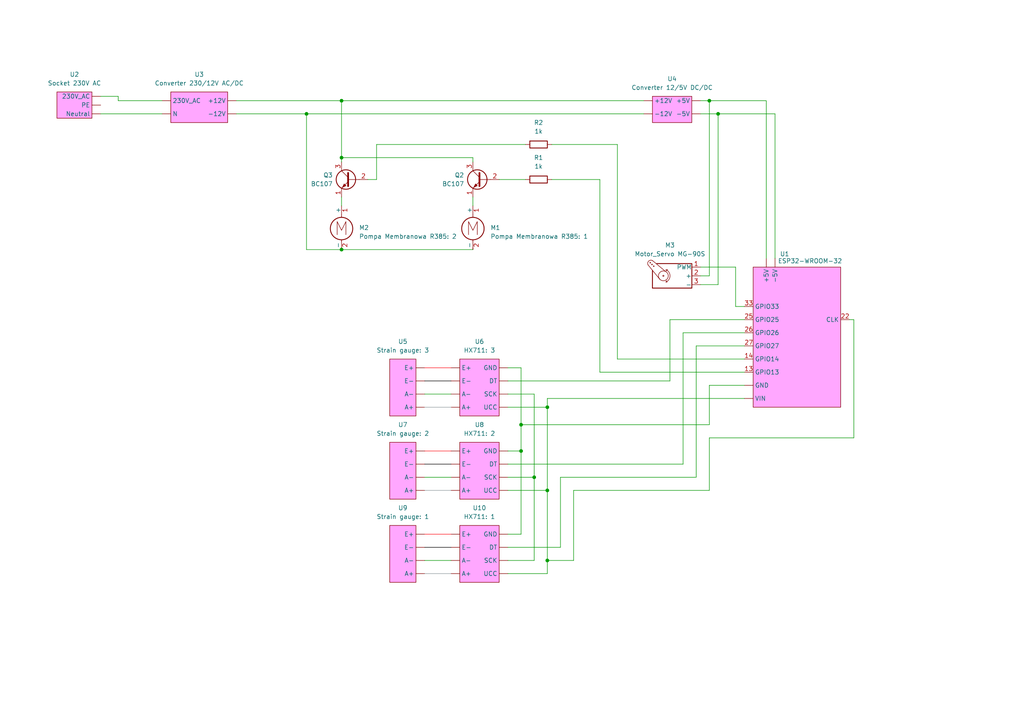
<source format=kicad_sch>
(kicad_sch (version 20250114) (generator "eeschema") (generator_version "9.0")
  (paper "A4")
  (title_block (title "Smart Drink Dispenser") (date "2025-03-21") (company "Politechnika Lubelska") (comment 1 "Inż Patrycja Demianiuk") (comment 2 "Inż Daniel Cichocki") (comment 3 "Inż Brajan Gąbka") (comment 4 "Internet Rzeczy") (comment 5 "Pani mgr inż. Aleksandra Wilczyńska"))
  (lib_symbols
    (symbol "Device:R" (pin_numbers (hide yes)) (pin_names (offset 0))
      (property "Reference" "R" (at 2.032 0 90))
      (property "Value" "R" (at 0 0 90))
      (symbol "R_0_1"
        (rectangle (start -1.016 -2.54) (end 1.016 2.54) (stroke (width 0.254)))
      )
      (symbol "R_1_1"
        (pin passive line (at 0 3.81 270) (length 1.27) (name "~") (number "1"))
        (pin passive line (at 0 -3.81 90) (length 1.27) (name "~") (number "2"))
      )
    )
    (symbol "HX711_1"
      (property "Reference" "U" (at 2.54 -1.778 0))
      (property "Value" "HX711" (at -3.302 -1.778 0))
      (symbol "HX711_1_1_1"
        (rectangle (start -6.35 -3.81) (end 5.08 -20.32) (fill (type color) (color 255 80 255 0.5)))
        (pin output line (at -8.89 -6.35 0) (length 2.54) (name "E+") (number ""))
        (pin output line (at -8.89 -10.16 0) (length 2.54) (name "E-") (number ""))
        (pin output line (at -8.89 -13.97 0) (length 2.54) (name "A-") (number ""))
        (pin output line (at -8.89 -17.78 0) (length 2.54) (name "A+") (number ""))
        (pin output line (at 7.62 -6.35 180) (length 2.54) (name "GND") (number ""))
        (pin output line (at 7.62 -10.16 180) (length 2.54) (name "DT") (number ""))
        (pin output line (at 7.62 -13.97 180) (length 2.54) (name "SCK") (number ""))
        (pin output line (at 7.62 -17.78 180) (length 2.54) (name "UCC") (number ""))
      )
    )
    (symbol "HX711_2"
      (property "Reference" "U" (at 2.54 -1.778 0))
      (property "Value" "HX711" (at -3.302 -1.778 0))
      (symbol "HX711_2_1_1"
        (rectangle (start -6.35 -3.81) (end 5.08 -20.32) (fill (type color) (color 255 80 255 0.5)))
        (pin output line (at -8.89 -6.35 0) (length 2.54) (name "E+") (number ""))
        (pin output line (at -8.89 -10.16 0) (length 2.54) (name "E-") (number ""))
        (pin output line (at -8.89 -13.97 0) (length 2.54) (name "A-") (number ""))
        (pin output line (at -8.89 -17.78 0) (length 2.54) (name "A+") (number ""))
        (pin output line (at 7.62 -6.35 180) (length 2.54) (name "GND") (number ""))
        (pin output line (at 7.62 -10.16 180) (length 2.54) (name "DT") (number ""))
        (pin output line (at 7.62 -13.97 180) (length 2.54) (name "SCK") (number ""))
        (pin output line (at 7.62 -17.78 180) (length 2.54) (name "UCC") (number ""))
      )
    )
    (symbol "Motor:Motor_DC" (pin_names (offset 0))
      (property "Reference" "M" (at 2.54 2.54 0))
      (property "Value" "Motor_DC" (at 2.54 -5.08 0))
      (symbol "Motor_DC_0_0"
        (polyline (pts (xy -1.27 -3.302) (xy -1.27 0.508) (xy 0 -2.032) (xy 1.27 0.508) (xy 1.27 -3.302)))
      )
      (symbol "Motor_DC_0_1"
        (polyline (pts (xy 0 2.032) (xy 0 2.54)))
        (polyline (pts (xy 0 1.7272) (xy 0 2.0828)))
        (circle (center 0 -1.524) (radius 3.2512) (stroke (width 0.254)))
        (polyline (pts (xy 0 -4.7752) (xy 0 -5.1816)))
        (polyline (pts (xy 0 -7.62) (xy 0 -7.112)))
      )
      (symbol "Motor_DC_1_1"
        (pin passive line (at 0 5.08 270) (length 2.54) (name "+") (number "1"))
        (pin passive line (at 0 -7.62 90) (length 2.54) (name "-") (number "2"))
      )
    )
    (symbol "Motor:Motor_Servo" (pin_names (offset 0.0254))
      (property "Reference" "M" (at -5.08 4.445 0))
      (property "Value" "Motor_Servo" (at -5.08 -4.064 0))
      (symbol "Motor_Servo_0_1"
        (polyline (pts (xy 2.413 1.778) (xy 1.905 1.778)))
        (polyline (pts (xy 2.413 1.778) (xy 2.286 1.397)))
        (polyline (pts (xy 2.413 -1.778) (xy 2.032 -1.778)))
        (polyline (pts (xy 2.413 -1.778) (xy 2.286 -1.397)))
        (arc (start 2.413 -1.778) (mid 1.2406 0) (end 2.413 1.778))
        (circle (center 3.175 0) (radius 0.1778))
        (circle (center 3.175 0) (radius 1.4224))
        (polyline (pts (xy 5.08 3.556) (xy -5.08 3.556) (xy -5.08 -3.556) (xy 6.35 -3.556) (xy 6.35 1.524)) (stroke (width 0.254)))
        (circle (center 5.969 2.794) (radius 0.127))
        (polyline (pts (xy 6.35 4.445) (xy 2.54 1.27)))
        (circle (center 6.477 3.302) (radius 0.127))
        (arc (start 6.35 4.445) (mid 7.4487 4.2737) (end 7.62 3.175))
        (circle (center 6.985 3.81) (radius 0.127))
        (polyline (pts (xy 7.62 3.175) (xy 4.191 -1.016)))
      )
      (symbol "Motor_Servo_1_1"
        (pin passive line (at -7.62 2.54 0) (length 2.54) (name "PWM") (number "1"))
        (pin passive line (at -7.62 0 0) (length 2.54) (name "+") (number "2"))
        (pin passive line (at -7.62 -2.54 0) (length 2.54) (name "-") (number "3"))
      )
    )
    (symbol "Nowa_biblioteka_sym:Converter_12/5V_DC/DC"
      (property "Reference" "U" (at -1.016 3.048 0))
      (property "Value" "Converter 12/5V DC/DC" (at 2.794 1.016 0))
      (symbol "Converter_12/5V_DC/DC_1_1"
        (rectangle (start -1.27 -1.27) (end 10.16 -8.89) (fill (type color) (color 255 80 255 0.5)))
        (pin power_in line (at -3.81 -2.54 0) (length 2.54) (name "+12V") (number ""))
        (pin power_in line (at -3.81 -6.35 0) (length 2.54) (name "-12V") (number ""))
        (pin power_out line (at 12.7 -2.54 180) (length 2.54) (name "+5V") (number ""))
        (pin power_out line (at 12.7 -6.35 180) (length 2.54) (name "-5V") (number ""))
      )
    )
    (symbol "Nowa_biblioteka_sym:Converter_230/12V_AC/DC"
      (property "Reference" "U" (at -4.572 0 0))
      (property "Value" "Converter 230/12V AC/DC" (at 3.302 -2.286 0))
      (symbol "Converter_230/12V_AC/DC_1_1"
        (rectangle (start -5.08 -3.81) (end 11.43 -12.7) (fill (type color) (color 255 80 255 0.5)))
        (pin power_in line (at -7.62 -6.35 0) (length 2.54) (name "230V_AC") (number ""))
        (pin power_in line (at -7.62 -10.16 0) (length 2.54) (name "N") (number ""))
        (pin power_out line (at 13.97 -6.35 180) (length 2.54) (name "+12V") (number ""))
        (pin power_out line (at 13.97 -10.16 180) (length 2.54) (name "-12V") (number ""))
      )
    )
    (symbol "Nowa_biblioteka_sym:ESP32-WROOM-32"
      (property "Reference" "U" (at 4.572 2.286 0))
      (property "Value" "ESP32-WROOM-32" (at 13.208 0.254 0))
      (symbol "ESP32-WROOM-32_0_1"
        (rectangle (start -3.81 -1.27) (end 21.59 -41.91) (fill (type color) (color 255 80 255 0.5)))
      )
      (symbol "ESP32-WROOM-32_1_1"
        (pin bidirectional line (at -6.35 -12.7 0) (length 2.54) (name "GPIO33") (number "33"))
        (pin bidirectional line (at -6.35 -16.51 0) (length 2.54) (name "GPIO25") (number "25"))
        (pin bidirectional line (at -6.35 -20.32 0) (length 2.54) (name "GPIO26") (number "26"))
        (pin bidirectional line (at -6.35 -24.13 0) (length 2.54) (name "GPIO27") (number "27"))
        (pin bidirectional line (at -6.35 -27.94 0) (length 2.54) (name "GPIO14") (number "14"))
        (pin bidirectional line (at -6.35 -31.75 0) (length 2.54) (name "GPIO13") (number "13"))
        (pin bidirectional line (at -6.35 -35.56 0) (length 2.54) (name "GND") (number ""))
        (pin power_out line (at -6.35 -39.37 0) (length 2.54) (name "VIN") (number ""))
        (pin power_in line (at 0 1.27 270) (length 2.54) (name "+5V") (number ""))
        (pin power_in line (at 2.54 1.27 270) (length 2.54) (name "-5V") (number ""))
        (pin bidirectional line (at 24.13 -16.51 180) (length 2.54) (name "CLK") (number "22"))
      )
    )
    (symbol "Nowa_biblioteka_sym:HX711"
      (property "Reference" "U" (at 2.54 -1.778 0))
      (property "Value" "HX711" (at -3.302 -1.778 0))
      (symbol "HX711_1_1"
        (rectangle (start -6.35 -3.81) (end 5.08 -20.32) (fill (type color) (color 255 80 255 0.5)))
        (pin output line (at -8.89 -6.35 0) (length 2.54) (name "E+") (number ""))
        (pin output line (at -8.89 -10.16 0) (length 2.54) (name "E-") (number ""))
        (pin output line (at -8.89 -13.97 0) (length 2.54) (name "A-") (number ""))
        (pin output line (at -8.89 -17.78 0) (length 2.54) (name "A+") (number ""))
        (pin output line (at 7.62 -6.35 180) (length 2.54) (name "GND") (number ""))
        (pin output line (at 7.62 -10.16 180) (length 2.54) (name "DT") (number ""))
        (pin output line (at 7.62 -13.97 180) (length 2.54) (name "SCK") (number ""))
        (pin output line (at 7.62 -17.78 180) (length 2.54) (name "UCC") (number ""))
      )
    )
    (symbol "Nowa_biblioteka_sym:Socket_230V_AC"
      (property "Reference" "U" (at 0.254 2.286 0))
      (property "Value" "Socket 230V AC" (at 2.286 0.254 0))
      (symbol "Socket_230V_AC_1_1"
        (rectangle (start -5.08 -1.27) (end 5.08 -8.89) (fill (type color) (color 255 80 255 0.5)))
        (pin power_out line (at 7.62 -2.54 180) (length 2.54) (name "230V_AC") (number ""))
        (pin power_out line (at 7.62 -5.08 180) (length 2.54) (name "PE") (number ""))
        (pin power_out line (at 7.62 -7.62 180) (length 2.54) (name "Neutral") (number ""))
      )
    )
    (symbol "Nowa_biblioteka_sym:Strain_gauge"
      (property "Reference" "U" (at 0 0 0))
      (property "Value" "Strain gauge" (at 0.254 -1.524 0))
      (symbol "Strain_gauge_1_1"
        (rectangle (start -3.81 -3.81) (end 3.81 -20.32) (fill (type color) (color 255 80 255 0.5)))
        (pin output line (at 6.35 -6.35 180) (length 2.54) (name "E+") (number ""))
        (pin output line (at 6.35 -10.16 180) (length 2.54) (name "E-") (number ""))
        (pin output line (at 6.35 -13.97 180) (length 2.54) (name "A-") (number ""))
        (pin output line (at 6.35 -17.78 180) (length 2.54) (name "A+") (number ""))
      )
    )
    (symbol "Strain_gauge_1"
      (property "Reference" "U" (at 0 0 0))
      (property "Value" "Strain gauge" (at 0.254 -1.524 0))
      (symbol "Strain_gauge_1_1_1"
        (rectangle (start -3.81 -3.81) (end 3.81 -20.32) (fill (type color) (color 255 80 255 0.5)))
        (pin output line (at 6.35 -6.35 180) (length 2.54) (name "E+") (number ""))
        (pin output line (at 6.35 -10.16 180) (length 2.54) (name "E-") (number ""))
        (pin output line (at 6.35 -13.97 180) (length 2.54) (name "A-") (number ""))
        (pin output line (at 6.35 -17.78 180) (length 2.54) (name "A+") (number ""))
      )
    )
    (symbol "Strain_gauge_2"
      (property "Reference" "U" (at 0 0 0))
      (property "Value" "Strain gauge" (at 0.254 -1.524 0))
      (symbol "Strain_gauge_2_1_1"
        (rectangle (start -3.81 -3.81) (end 3.81 -20.32) (fill (type color) (color 255 80 255 0.5)))
        (pin output line (at 6.35 -6.35 180) (length 2.54) (name "E+") (number ""))
        (pin output line (at 6.35 -10.16 180) (length 2.54) (name "E-") (number ""))
        (pin output line (at 6.35 -13.97 180) (length 2.54) (name "A-") (number ""))
        (pin output line (at 6.35 -17.78 180) (length 2.54) (name "A+") (number ""))
      )
    )
    (symbol "Transistor_BJT:BC107" (pin_names (offset 0) (hide yes))
      (property "Reference" "Q" (at 5.08 1.905 0))
      (property "Value" "BC107" (at 5.08 0 0))
      (symbol "BC107_0_1"
        (polyline (pts (xy -2.54 0) (xy 0.635 0)))
        (polyline (pts (xy 0.635 1.905) (xy 0.635 -1.905)) (stroke (width 0.508)))
        (circle (center 1.27 0) (radius 2.8194) (stroke (width 0.254)))
      )
      (symbol "BC107_1_1"
        (polyline (pts (xy 0.635 0.635) (xy 2.54 2.54)))
        (polyline (pts (xy 0.635 -0.635) (xy 2.54 -2.54)))
        (polyline (pts (xy 1.27 -1.778) (xy 1.778 -1.27) (xy 2.286 -2.286) (xy 1.27 -1.778)) (fill (type outline)))
        (pin input line (at -5.08 0 0) (length 2.54) (name "B") (number "2"))
        (pin passive line (at 2.54 5.08 270) (length 2.54) (name "C") (number "3"))
        (pin passive line (at 2.54 -5.08 90) (length 2.54) (name "E") (number "1"))
      )
    )
  )
  (junction (at 154.94 138.43))
  (junction (at 88.9 33.02))
  (junction (at 205.74 29.21))
  (junction (at 151.13 130.81))
  (junction (at 151.13 123.19))
  (junction (at 158.75 118.11))
  (junction (at 99.06 45.72))
  (junction (at 99.06 72.39))
  (junction (at 158.75 142.24))
  (junction (at 208.28 33.02))
  (junction (at 158.75 162.56))
  (junction (at 99.06 29.21))
  (wire (pts (xy 123.19 158.75) (xy 130.81 158.75)) (stroke (width 0) (color 2 0 0 1)))
  (wire (pts (xy 215.9 115.57) (xy 158.75 115.57)))
  (wire (pts (xy 198.12 96.52) (xy 215.9 96.52)))
  (wire (pts (xy 215.9 88.9) (xy 213.36 88.9)))
  (wire (pts (xy 123.19 118.11) (xy 130.81 118.11)) (stroke (width 0) (color 143 153 157 1)))
  (wire (pts (xy 137.16 57.15) (xy 137.16 59.69)))
  (wire (pts (xy 203.2 29.21) (xy 205.74 29.21)))
  (wire (pts (xy 208.28 33.02) (xy 208.28 82.55)))
  (wire (pts (xy 158.75 162.56) (xy 158.75 166.37)))
  (wire (pts (xy 151.13 123.19) (xy 205.74 123.19)))
  (wire (pts (xy 208.28 33.02) (xy 224.79 33.02)))
  (wire (pts (xy 147.32 142.24) (xy 158.75 142.24)))
  (wire (pts (xy 34.29 29.21) (xy 46.99 29.21)))
  (wire (pts (xy 158.75 118.11) (xy 158.75 142.24)))
  (wire (pts (xy 29.21 27.94) (xy 34.29 27.94)))
  (wire (pts (xy 247.65 92.71) (xy 246.38 92.71)))
  (wire (pts (xy 34.29 27.94) (xy 34.29 29.21)))
  (wire (pts (xy 123.19 106.68) (xy 130.81 106.68)) (stroke (width 0) (color 255 24 33 1)))
  (wire (pts (xy 247.65 127) (xy 205.74 127)))
  (wire (pts (xy 68.58 29.21) (xy 99.06 29.21)))
  (wire (pts (xy 123.19 114.3) (xy 130.81 114.3)))
  (wire (pts (xy 137.16 45.72) (xy 99.06 45.72)))
  (wire (pts (xy 205.74 142.24) (xy 166.37 142.24)))
  (wire (pts (xy 215.9 104.14) (xy 179.07 104.14)))
  (wire (pts (xy 198.12 96.52) (xy 198.12 134.62)))
  (wire (pts (xy 68.58 33.02) (xy 88.9 33.02)))
  (wire (pts (xy 151.13 130.81) (xy 151.13 154.94)))
  (wire (pts (xy 123.19 130.81) (xy 130.81 130.81)) (stroke (width 0) (color 255 24 33 1)))
  (wire (pts (xy 162.56 138.43) (xy 162.56 158.75)))
  (wire (pts (xy 160.02 52.07) (xy 173.99 52.07)))
  (wire (pts (xy 123.19 154.94) (xy 130.81 154.94)) (stroke (width 0) (color 255 24 33 1)))
  (wire (pts (xy 222.25 29.21) (xy 222.25 74.93)))
  (wire (pts (xy 88.9 33.02) (xy 88.9 72.39)))
  (wire (pts (xy 151.13 123.19) (xy 151.13 130.81)))
  (wire (pts (xy 201.93 138.43) (xy 162.56 138.43)))
  (wire (pts (xy 99.06 72.39) (xy 88.9 72.39)))
  (wire (pts (xy 154.94 114.3) (xy 154.94 138.43)))
  (wire (pts (xy 166.37 142.24) (xy 166.37 162.56)))
  (wire (pts (xy 109.22 52.07) (xy 106.68 52.07)))
  (wire (pts (xy 123.19 110.49) (xy 130.81 110.49)) (stroke (width 0) (color 2 0 0 1)))
  (wire (pts (xy 123.19 138.43) (xy 130.81 138.43)))
  (wire (pts (xy 109.22 41.91) (xy 109.22 52.07)))
  (wire (pts (xy 162.56 158.75) (xy 147.32 158.75)))
  (wire (pts (xy 154.94 138.43) (xy 154.94 162.56)))
  (wire (pts (xy 203.2 82.55) (xy 208.28 82.55)))
  (wire (pts (xy 158.75 166.37) (xy 147.32 166.37)))
  (wire (pts (xy 247.65 127) (xy 247.65 92.71)))
  (wire (pts (xy 205.74 111.76) (xy 215.9 111.76)))
  (wire (pts (xy 137.16 72.39) (xy 99.06 72.39)))
  (wire (pts (xy 147.32 106.68) (xy 151.13 106.68)))
  (wire (pts (xy 205.74 29.21) (xy 222.25 29.21)))
  (wire (pts (xy 166.37 162.56) (xy 158.75 162.56)))
  (wire (pts (xy 123.19 142.24) (xy 130.81 142.24)) (stroke (width 0) (color 143 153 157 1)))
  (wire (pts (xy 205.74 29.21) (xy 205.74 80.01)))
  (wire (pts (xy 213.36 88.9) (xy 213.36 77.47)))
  (wire (pts (xy 147.32 154.94) (xy 151.13 154.94)))
  (wire (pts (xy 144.78 52.07) (xy 152.4 52.07)))
  (wire (pts (xy 179.07 41.91) (xy 160.02 41.91)))
  (wire (pts (xy 215.9 107.95) (xy 173.99 107.95)))
  (wire (pts (xy 194.31 92.71) (xy 194.31 110.49)))
  (wire (pts (xy 186.69 29.21) (xy 99.06 29.21)))
  (wire (pts (xy 123.19 166.37) (xy 130.81 166.37)) (stroke (width 0) (color 143 153 157 1)))
  (wire (pts (xy 158.75 142.24) (xy 158.75 162.56)))
  (wire (pts (xy 123.19 162.56) (xy 130.81 162.56)))
  (wire (pts (xy 88.9 33.02) (xy 186.69 33.02)))
  (wire (pts (xy 151.13 106.68) (xy 151.13 123.19)))
  (wire (pts (xy 99.06 57.15) (xy 99.06 59.69)))
  (wire (pts (xy 99.06 46.99) (xy 99.06 45.72)))
  (wire (pts (xy 123.19 134.62) (xy 130.81 134.62)) (stroke (width 0) (color 2 0 0 1)))
  (wire (pts (xy 203.2 80.01) (xy 205.74 80.01)))
  (wire (pts (xy 147.32 114.3) (xy 154.94 114.3)))
  (wire (pts (xy 205.74 127) (xy 205.74 142.24)))
  (wire (pts (xy 137.16 46.99) (xy 137.16 45.72)))
  (wire (pts (xy 29.21 33.02) (xy 46.99 33.02)))
  (wire (pts (xy 224.79 33.02) (xy 224.79 74.93)))
  (wire (pts (xy 203.2 77.47) (xy 213.36 77.47)))
  (wire (pts (xy 147.32 118.11) (xy 158.75 118.11)))
  (wire (pts (xy 205.74 111.76) (xy 205.74 123.19)))
  (wire (pts (xy 194.31 110.49) (xy 147.32 110.49)))
  (wire (pts (xy 173.99 107.95) (xy 173.99 52.07)))
  (wire (pts (xy 152.4 41.91) (xy 109.22 41.91)))
  (wire (pts (xy 158.75 115.57) (xy 158.75 118.11)))
  (wire (pts (xy 147.32 130.81) (xy 151.13 130.81)))
  (wire (pts (xy 194.31 92.71) (xy 215.9 92.71)))
  (wire (pts (xy 201.93 100.33) (xy 201.93 138.43)))
  (wire (pts (xy 203.2 33.02) (xy 208.28 33.02)))
  (wire (pts (xy 198.12 134.62) (xy 147.32 134.62)))
  (wire (pts (xy 147.32 138.43) (xy 154.94 138.43)))
  (wire (pts (xy 215.9 100.33) (xy 201.93 100.33)))
  (wire (pts (xy 154.94 162.56) (xy 147.32 162.56)))
  (wire (pts (xy 179.07 104.14) (xy 179.07 41.91)))
  (wire (pts (xy 99.06 29.21) (xy 99.06 45.72)))
  (symbol (lib_id "Nowa_biblioteka_sym:Strain_gauge") (at 116.84 100.33 0) (unit 1)
    (property "Reference" "U5" (at 116.84 99.06 0))
    (property "Value" "Strain gauge: 3" (at 116.84 101.6 0))
  )
  (symbol (lib_id "Transistor_BJT:BC107") (at 101.6 52.07 0) (mirror y) (unit 1)
    (property "Reference" "Q3" (at 96.52 50.7999 0) (effects (justify left)))
    (property "Value" "BC107" (at 96.52 53.3399 0) (effects (justify left)))
    (property "Footprint" "Package_TO_SOT_THT:TO-18-3" (effects (hide yes)))
    (property "Datasheet" "http://www.b-kainka.de/Daten/Transistor/BC108.pdf" (effects (hide yes)))
    (property "Description" "0.1A Ic, 50V Vce, Low Noise General Purpose NPN Transistor, TO-18" (effects (hide yes)))
  )
  (symbol (lib_id "Transistor_BJT:BC107") (at 139.7 52.07 0) (mirror y) (unit 1)
    (property "Reference" "Q2" (at 134.62 50.7999 0) (effects (justify left)))
    (property "Value" "BC107" (at 134.62 53.3399 0) (effects (justify left)))
    (property "Footprint" "Package_TO_SOT_THT:TO-18-3" (effects (hide yes)))
    (property "Datasheet" "http://www.b-kainka.de/Daten/Transistor/BC108.pdf" (effects (hide yes)))
    (property "Description" "0.1A Ic, 50V Vce, Low Noise General Purpose NPN Transistor, TO-18" (effects (hide yes)))
  )
  (symbol (lib_name "Strain_gauge_2") (lib_id "Nowa_biblioteka_sym:Strain_gauge") (at 116.84 148.59 0) (unit 1)
    (property "Reference" "U9" (at 116.84 147.32 0))
    (property "Value" "Strain gauge: 1" (at 116.84 149.86 0))
  )
  (symbol (lib_id "Nowa_biblioteka_sym:Socket_230V_AC") (at 21.59 25.4 0) (unit 1)
    (property "Reference" "U2" (at 21.59 21.59 0))
    (property "Value" "Socket 230V AC" (at 21.59 24.13 0))
  )
  (symbol (lib_id "Motor:Motor_Servo") (at 195.58 80.01 0) (mirror y) (unit 1)
    (property "Reference" "M3" (at 194.3239 71.12 0))
    (property "Value" "Motor_Servo MG-90S" (at 194.3239 73.66 0))
    (property "Datasheet" "http://forums.parallax.com/uploads/attachments/46831/74481.png" (effects (hide yes)))
    (property "Description" "Servo Motor (Futaba, HiTec, JR connector)" (effects (hide yes)))
  )
  (symbol (lib_id "Nowa_biblioteka_sym:HX711") (at 139.7 100.33 0) (unit 1)
    (property "Reference" "U6" (at 139.065 99.06 0))
    (property "Value" "HX711: 3" (at 139.065 101.6 0))
  )
  (symbol (lib_id "Nowa_biblioteka_sym:Converter_230/12V_AC/DC") (at 54.61 22.86 0) (unit 1)
    (property "Reference" "U3" (at 57.785 21.59 0))
    (property "Value" "Converter 230/12V AC/DC" (at 57.785 24.13 0))
  )
  (symbol (lib_id "Motor:Motor_DC") (at 137.16 64.77 0) (unit 1)
    (property "Reference" "M1" (at 142.24 66.0399 0) (effects (justify left)))
    (property "Value" "Pompa Membranowa R385: 1" (at 142.24 68.5799 0) (effects (justify left)))
    (property "Description" "DC Motor" (effects (hide yes)))
  )
  (symbol (lib_name "HX711_2") (lib_id "Nowa_biblioteka_sym:HX711") (at 139.7 148.59 0) (unit 1)
    (property "Reference" "U10" (at 139.065 147.32 0))
    (property "Value" "HX711: 1" (at 139.065 149.86 0))
  )
  (symbol (lib_name "HX711_1") (lib_id "Nowa_biblioteka_sym:HX711") (at 139.7 124.46 0) (unit 1)
    (property "Reference" "U8" (at 139.065 123.19 0))
    (property "Value" "HX711: 2" (at 139.065 125.73 0))
  )
  (symbol (lib_id "Device:R") (at 156.21 52.07 90) (unit 1)
    (property "Reference" "R1" (at 156.21 45.72 90))
    (property "Value" "1k" (at 156.21 48.26 90))
    (property "Description" "Resistor" (effects (hide yes)))
  )
  (symbol (lib_id "Device:R") (at 156.21 41.91 90) (unit 1)
    (property "Reference" "R2" (at 156.21 35.56 90))
    (property "Value" "1k" (at 156.21 38.1 90))
    (property "Description" "Resistor" (effects (hide yes)))
  )
  (symbol (lib_id "Nowa_biblioteka_sym:Converter_12/5V_DC/DC") (at 190.5 26.67 0) (unit 1)
    (property "Reference" "U4" (at 194.945 22.86 0))
    (property "Value" "Converter 12/5V DC/DC" (at 194.945 25.4 0))
  )
  (symbol (lib_name "Strain_gauge_1") (lib_id "Nowa_biblioteka_sym:Strain_gauge") (at 116.84 124.46 0) (unit 1)
    (property "Reference" "U7" (at 116.84 123.19 0))
    (property "Value" "Strain gauge: 2" (at 116.84 125.73 0))
  )
  (symbol (lib_id "Motor:Motor_DC") (at 99.06 64.77 0) (unit 1)
    (property "Reference" "M2" (at 104.14 66.0399 0) (effects (justify left)))
    (property "Value" "Pompa Membranowa R385: 2" (at 104.14 68.5799 0) (effects (justify left)))
    (property "Description" "DC Motor" (effects (hide yes)))
  )
  (symbol (lib_id "Nowa_biblioteka_sym:ESP32-WROOM-32") (at 222.25 76.2 0) (unit 1)
    (property "Reference" "U1" (at 227.584 73.66 0))
    (property "Value" "ESP32-WROOM-32" (at 234.95 75.692 0))
  )
)
</source>
